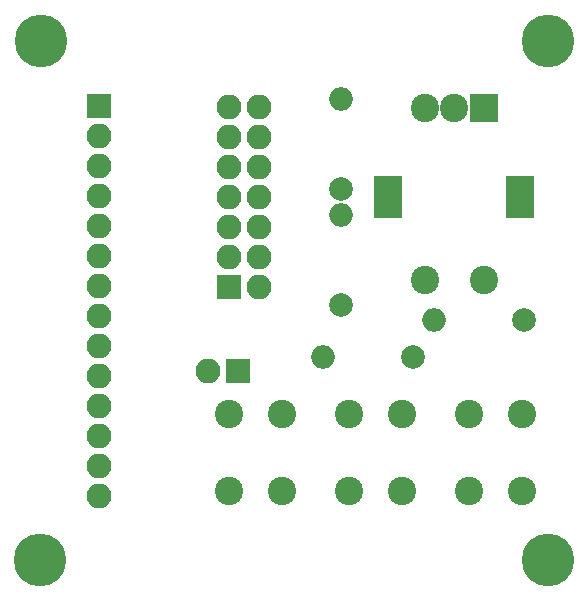
<source format=gbr>
G04 #@! TF.FileFunction,Soldermask,Top*
%FSLAX46Y46*%
G04 Gerber Fmt 4.6, Leading zero omitted, Abs format (unit mm)*
G04 Created by KiCad (PCBNEW 4.0.7) date 10/22/19 22:36:22*
%MOMM*%
%LPD*%
G01*
G04 APERTURE LIST*
%ADD10C,0.100000*%
%ADD11C,2.000000*%
%ADD12O,2.000000X2.000000*%
%ADD13R,2.100000X2.100000*%
%ADD14O,2.100000X2.100000*%
%ADD15C,2.400000*%
%ADD16R,2.400000X3.600000*%
%ADD17R,2.400000X2.400000*%
%ADD18C,4.464000*%
G04 APERTURE END LIST*
D10*
D11*
X124460000Y-62103000D03*
D12*
X124460000Y-54483000D03*
D13*
X114935000Y-70358000D03*
D14*
X117475000Y-70358000D03*
X114935000Y-67818000D03*
X117475000Y-67818000D03*
X114935000Y-65278000D03*
X117475000Y-65278000D03*
X114935000Y-62738000D03*
X117475000Y-62738000D03*
X114935000Y-60198000D03*
X117475000Y-60198000D03*
X114935000Y-57658000D03*
X117475000Y-57658000D03*
X114935000Y-55118000D03*
X117475000Y-55118000D03*
D13*
X115697000Y-77470000D03*
D14*
X113157000Y-77470000D03*
D11*
X124460000Y-71882000D03*
D12*
X124460000Y-64262000D03*
D11*
X139954000Y-73152000D03*
D12*
X132334000Y-73152000D03*
D11*
X130556000Y-76327000D03*
D12*
X122936000Y-76327000D03*
D15*
X139755000Y-87630000D03*
X135255000Y-87630000D03*
X139755000Y-81130000D03*
X135255000Y-81130000D03*
X129595000Y-87630000D03*
X125095000Y-87630000D03*
X129595000Y-81130000D03*
X125095000Y-81130000D03*
X119435000Y-87630000D03*
X114935000Y-87630000D03*
X119435000Y-81130000D03*
X114935000Y-81130000D03*
D13*
X104000000Y-55000000D03*
D14*
X104000000Y-57540000D03*
X104000000Y-60080000D03*
X104000000Y-62620000D03*
X104000000Y-65160000D03*
X104000000Y-67700000D03*
X104000000Y-70240000D03*
X104000000Y-72780000D03*
X104000000Y-75320000D03*
X104000000Y-77860000D03*
X104000000Y-80400000D03*
X104000000Y-82940000D03*
X104000000Y-85480000D03*
X104000000Y-88020000D03*
D15*
X131525000Y-69745000D03*
X136525000Y-69745000D03*
D16*
X128425000Y-62745000D03*
X139625000Y-62745000D03*
D15*
X131525000Y-55245000D03*
X134025000Y-55245000D03*
D17*
X136525000Y-55245000D03*
D18*
X99025000Y-49500000D03*
X142000000Y-93500000D03*
X99000000Y-93500000D03*
X142000000Y-49500000D03*
M02*

</source>
